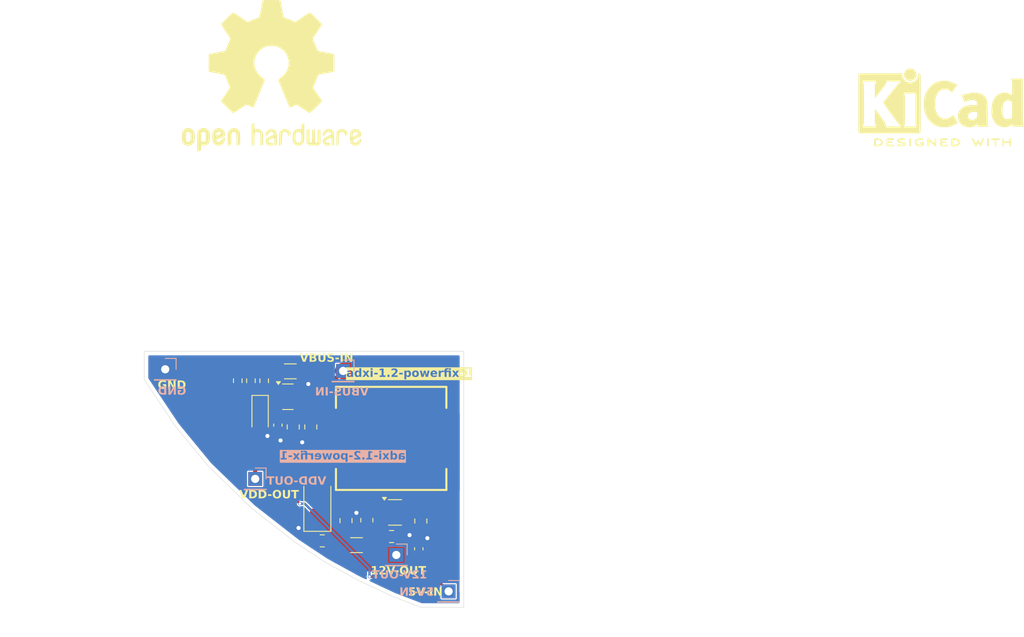
<source format=kicad_pcb>
(kicad_pcb (version 20240108) (generator "pcbnew") (generator_version "8.0")
  (layers (0 "F.Cu" signal) (31 "B.Cu" signal) (34 "B.Paste" user) (35 "F.Paste" user) (36 "B.SilkS" user "B.Silkscreen") (37 "F.SilkS" user "F.Silkscreen") (38 "B.Mask" user) (39 "F.Mask" user) (44 "Edge.Cuts" user))
  (net 0 "")
  (net 1 "/5V-OUT")
  (net 2 "Net-(D11-K)")
  (net 3 "/5V-IN-NOMINAL")
  (net 4 "GND")
  (net 5 "Net-(D11-A)")
  (net 6 "Net-(D13-K)")
  (net 7 "/5V-IN-REGULATED")
  (net 8 "Net-(U16-FB)")
  (footprint "Capacitor_SMD:C_0805_2012Metric" (layer "F.Cu") (at 55.45 155.275 180)
    (property "Reference" "C1" (hide yes))
    (property "Value" "22uF" (hide yes))
    (pad "1" smd roundrect (at -0.95 0 180) (size 1 1.45) (layers "F.Cu" "F.Paste" "F.Mask") (net 2 "Net-(D11-K)"))
    (pad "2" smd roundrect (at 0.95 0 180) (size 1 1.45) (layers "F.Cu" "F.Paste" "F.Mask") (net 4 "GND"))
  )
  (footprint "Resistor_SMD:R_0603_1608Metric" (layer "F.Cu") (at 45.12 135.695 -90)
    (property "Reference" "R44" (hide yes))
    (property "Value" "1.2K 1%" (hide yes))
    (pad "1" smd roundrect (at -0.825 0 270) (size 0.8 0.95) (layers "F.Cu" "F.Paste" "F.Mask") (net 7 "/5V-IN-REGULATED"))
    (pad "2" smd roundrect (at 0.825 0 270) (size 0.8 0.95) (layers "F.Cu" "F.Paste" "F.Mask") (net 6 "Net-(D13-K)"))
  )
  (footprint "Symbol:OSHW-Logo2_24.3x20mm_SilkScreen" (layer "F.Cu") (at 49.25 98.4)
    (property "Reference" "REF**" (hide yes))
    (property "Value" "OSHW-Logo2_24.3x20mm_SilkScreen" (hide yes))
  )
  (footprint "Capacitor_SMD:C_0805_2012Metric" (layer "F.Cu") (at 51.9 141.35 -90)
    (property "Reference" "C41" (hide yes))
    (property "Value" "22uF" (hide yes))
    (pad "1" smd roundrect (at -0.95 0 270) (size 1 1.45) (layers "F.Cu" "F.Paste" "F.Mask") (net 1 "/5V-OUT"))
    (pad "2" smd roundrect (at 0.95 0 270) (size 1 1.45) (layers "F.Cu" "F.Paste" "F.Mask") (net 4 "GND"))
  )
  (footprint "Symbol:KiCad-Logo2_8mm_SilkScreen" (layer "F.Cu") (at 131.12 101.46)
    (property "Reference" "REF**" (hide yes))
    (property "Value" "KiCad-Logo2_8mm_SilkScreen" (hide yes))
  )
  (footprint "Resistor_SMD:R_1206_3216Metric" (layer "F.Cu") (at 51.55 134.55 180)
    (property "Reference" "R41" (hide yes))
    (property "Value" "100K" (hide yes))
    (pad "1" smd roundrect (at -1.4625 0 180) (size 1.125 1.75) (layers "F.Cu" "F.Paste" "F.Mask") (roundrect_rratio 0.222222) (net 4 "GND"))
    (pad "2" smd roundrect (at 1.4625 0 180) (size 1.125 1.75) (layers "F.Cu" "F.Paste" "F.Mask") (roundrect_rratio 0.222222) (net 7 "/5V-IN-REGULATED"))
  )
  (footprint "Package_TO_SOT_SMD:SOT-23" (layer "F.Cu") (at 51.2481 137.6572)
    (property "Reference" "Q2" (hide yes))
    (property "Value" "AO3400A" (hide yes))
    (pad "1" smd roundrect (at -0.9375 -0.95) (size 1.475 0.6) (layers "F.Cu" "F.Paste" "F.Mask") (net 7 "/5V-IN-REGULATED"))
    (pad "2" smd roundrect (at -0.9375 0.95) (size 1.475 0.6) (layers "F.Cu" "F.Paste" "F.Mask") (net 1 "/5V-OUT"))
    (pad "3" smd roundrect (at 0.9375 0) (size 1.475 0.6) (layers "F.Cu" "F.Paste" "F.Mask") (net 3 "/5V-IN-NOMINAL"))
  )
  (footprint "Diode_SMD:D_SOD-123F" (layer "F.Cu") (at 47.85 139.7 -90)
    (property "Reference" "D13" (hide yes))
    (property "Value" "BZT52B3V3" (hide yes))
    (pad "1" smd roundrect (at -1.4 0 270) (size 1.1 1.1) (layers "F.Cu" "F.Paste" "F.Mask") (roundrect_rratio 0.2272727273) (net 6 "Net-(D13-K)"))
    (pad "2" smd roundrect (at 1.4 0 270) (size 1.1 1.1) (layers "F.Cu" "F.Paste" "F.Mask") (roundrect_rratio 0.2272727273) (net 1 "/5V-OUT"))
  )
  (footprint "Resistor_SMD:R_0603_1608Metric" (layer "F.Cu") (at 48.35 135.7 -90)
    (property "Reference" "R42" (hide yes))
    (property "Value" "1.2K 1%" (hide yes))
    (pad "1" smd roundrect (at -0.825 0 270) (size 0.8 0.95) (layers "F.Cu" "F.Paste" "F.Mask") (net 7 "/5V-IN-REGULATED"))
    (pad "2" smd roundrect (at 0.825 0 270) (size 0.8 0.95) (layers "F.Cu" "F.Paste" "F.Mask") (net 6 "Net-(D13-K)"))
  )
  (footprint "Package_TO_SOT_SMD:SOT-23-6" (layer "F.Cu") (at 64.35 151.8)
    (property "Reference" "U16" (hide yes))
    (property "Value" "MT3608B" (hide yes))
    (pad "1" smd roundrect (at -1.1375 -0.95) (size 1.325 0.6) (layers "F.Cu" "F.Paste" "F.Mask") (net 5 "Net-(D11-A)"))
    (pad "2" smd roundrect (at -1.1375 0) (size 1.325 0.6) (layers "F.Cu" "F.Paste" "F.Mask") (net 4 "GND"))
    (pad "3" smd roundrect (at -1.1375 0.95) (size 1.325 0.6) (layers "F.Cu" "F.Paste" "F.Mask") (net 8 "Net-(U16-FB)"))
    (pad "4" smd roundrect (at 1.1375 0.95) (size 1.325 0.6) (layers "F.Cu" "F.Paste" "F.Mask") (net 3 "/5V-IN-NOMINAL"))
    (pad "5" smd roundrect (at 1.1375 0) (size 1.325 0.6) (layers "F.Cu" "F.Paste" "F.Mask") (net 3 "/5V-IN-NOMINAL"))
    (pad "6" smd roundrect (at 1.1375 -0.95) (size 1.325 0.6) (layers "F.Cu" "F.Paste" "F.Mask"))
  )
  (footprint "Capacitor_SMD:C_0805_2012Metric" (layer "F.Cu") (at 54.05 141.35 90)
    (property "Reference" "C30" (hide yes))
    (property "Value" "100nF" (hide yes))
    (pad "1" smd roundrect (at -0.95 0 90) (size 1 1.45) (layers "F.Cu" "F.Paste" "F.Mask") (net 4 "GND"))
    (pad "2" smd roundrect (at 0.95 0 90) (size 1 1.45) (layers "F.Cu" "F.Paste" "F.Mask") (net 1 "/5V-OUT"))
  )
  (footprint "Resistor_SMD:R_0805_2012Metric" (layer "F.Cu") (at 60.9 152.75 90)
    (property "Reference" "R35" (hide yes))
    (property "Value" "5.1K" (hide yes))
    (pad "1" smd roundrect (at -0.9125 0 90) (size 1.025 1.4) (layers "F.Cu" "F.Paste" "F.Mask") (roundrect_rratio 0.243902) (net 8 "Net-(U16-FB)"))
    (pad "2" smd roundrect (at 0.9125 0 90) (size 1.025 1.4) (layers "F.Cu" "F.Paste" "F.Mask") (roundrect_rratio 0.243902) (net 4 "GND"))
  )
  (footprint "Capacitor_SMD:C_0805_2012Metric" (layer "F.Cu") (at 67.5 152.85 -90)
    (property "Reference" "C34" (hide yes))
    (property "Value" "22uF" (hide yes))
    (pad "1" smd roundrect (at -0.95 0 270) (size 1 1.45) (layers "F.Cu" "F.Paste" "F.Mask") (net 3 "/5V-IN-NOMINAL"))
    (pad "2" smd roundrect (at 0.95 0 270) (size 1 1.45) (layers "F.Cu" "F.Paste" "F.Mask") (net 4 "GND"))
  )
  (footprint "Capacitor_SMD:C_0805_2012Metric" (layer "F.Cu") (at 63.925 154.75 180)
    (property "Reference" "C2" (hide yes))
    (property "Value" "100nF" (hide yes))
    (pad "1" smd roundrect (at -0.95 0 180) (size 1 1.45) (layers "F.Cu" "F.Paste" "F.Mask") (net 4 "GND"))
    (pad "2" smd roundrect (at 0.95 0 180) (size 1 1.45) (layers "F.Cu" "F.Paste" "F.Mask") (net 2 "Net-(D11-K)"))
  )
  (footprint "Resistor_SMD:R_0603_1608Metric" (layer "F.Cu") (at 46.73 135.6975 -90)
    (property "Reference" "R43" (hide yes))
    (property "Value" "1.2K 1%" (hide yes))
    (pad "1" smd roundrect (at -0.825 0 270) (size 0.8 0.95) (layers "F.Cu" "F.Paste" "F.Mask") (net 7 "/5V-IN-REGULATED"))
    (pad "2" smd roundrect (at 0.825 0 270) (size 0.8 0.95) (layers "F.Cu" "F.Paste" "F.Mask") (net 6 "Net-(D13-K)"))
  )
  (footprint "Capacitor_SMD:C_0805_2012Metric" (layer "F.Cu") (at 58.35 152.8 90)
    (property "Reference" "C31" (hide yes))
    (property "Value" "22uF" (hide yes))
    (pad "1" smd roundrect (at -0.95 0 90) (size 1 1.45) (layers "F.Cu" "F.Paste" "F.Mask") (net 2 "Net-(D11-K)"))
    (pad "2" smd roundrect (at 0.95 0 90) (size 1 1.45) (layers "F.Cu" "F.Paste" "F.Mask") (net 4 "GND"))
  )
  (footprint "Capacitor_SMD:C_0603_1608Metric" (layer "F.Cu") (at 50.025 141.125 -90)
    (property "Reference" "C3" (hide yes))
    (property "Value" "330nF" (hide yes))
    (pad "1" smd roundrect (at -0.775 0 270) (size 0.9 0.95) (layers "F.Cu" "F.Paste" "F.Mask") (net 1 "/5V-OUT"))
    (pad "2" smd roundrect (at 0.775 0 270) (size 0.9 0.95) (layers "F.Cu" "F.Paste" "F.Mask") (net 4 "GND"))
  )
  (footprint "Capacitor_SMD:C_0603_1608Metric" (layer "F.Cu") (at 67.25 156.25 90)
    (property "Reference" "C33" (hide yes))
    (property "Value" "330nF" (hide yes))
    (pad "1" smd roundrect (at -0.775 0 90) (size 0.9 0.95) (layers "F.Cu" "F.Paste" "F.Mask") (net 2 "Net-(D11-K)"))
    (pad "2" smd roundrect (at 0.775 0 90) (size 0.9 0.95) (layers "F.Cu" "F.Paste" "F.Mask") (net 4 "GND"))
  )
  (footprint "library:IND-SMD_L12.6-W13.5" (layer "F.Cu") (at 63.875102 142.75 180)
    (property "Reference" "L4" (hide yes))
    (property "Value" "10uH" (hide yes))
    (pad "1" smd rect (at -5.800102 0 270) (size 7.000025 5) (layers "F.Cu" "F.Paste" "F.Mask") (net 3 "/5V-IN-NOMINAL"))
    (pad "2" smd rect (at 5.800102 0 270) (size 7.000025 5) (layers "F.Cu" "F.Paste" "F.Mask") (net 5 "Net-(D11-A)"))
  )
  (footprint "Diode_SMD:D_SMA" (layer "F.Cu") (at 54.85 150.6 90)
    (property "Reference" "D11" (hide yes))
    (property "Value" "SS310" (hide yes))
    (pad "1" smd roundrect (at -2 0 90) (size 2.5 1.8) (layers "F.Cu" "F.Paste" "F.Mask") (roundrect_rratio 0.1388888889) (net 2 "Net-(D11-K)"))
    (pad "2" smd roundrect (at 2 0 90) (size 2.5 1.8) (layers "F.Cu" "F.Paste" "F.Mask") (roundrect_rratio 0.1388888889) (net 5 "Net-(D11-A)"))
  )
  (footprint "Resistor_SMD:R_1206_3216Metric" (layer "F.Cu") (at 59.6375 155.8 180)
    (property "Reference" "R34" (hide yes))
    (property "Value" "100K" (hide yes))
    (pad "1" smd roundrect (at -1.4625 0 180) (size 1.125 1.75) (layers "F.Cu" "F.Paste" "F.Mask") (roundrect_rratio 0.222222) (net 8 "Net-(U16-FB)"))
    (pad "2" smd roundrect (at 1.4625 0 180) (size 1.125 1.75) (layers "F.Cu" "F.Paste" "F.Mask") (roundrect_rratio 0.222222) (net 2 "Net-(D11-K)"))
  )
  (footprint "Connector_PinHeader_2.54mm:PinHeader_1x01_P2.54mm_Vertical" (layer "B.Cu") (at 64.5 157 180)
    (property "Reference" "J8" (hide yes))
    (property "Value" "12V-OUT" (hide yes))
    (pad "1" thru_hole rect (at 0 0 180) (size 1.7 1.7) (drill 1) (layers "*.Cu" "*.Mask") (net 2 "Net-(D11-K)"))
  )
  (footprint "Connector_PinHeader_2.54mm:PinHeader_1x01_P2.54mm_Vertical" (layer "B.Cu") (at 70.9 161.45 180)
    (property "Reference" "J10" (hide yes))
    (property "Value" "5V-IN" (hide yes))
    (pad "1" thru_hole rect (at 0 0 180) (size 1.7 1.7) (drill 1) (layers "*.Cu" "*.Mask") (net 7 "/5V-IN-REGULATED"))
  )
  (footprint "Connector_PinHeader_2.54mm:PinHeader_1x01_P2.54mm_Vertical" (layer "B.Cu") (at 58 134.5 180)
    (property "Reference" "J7" (hide yes))
    (property "Value" "VBUS-IN" (hide yes))
    (pad "1" thru_hole rect (at 0 0 180) (size 1.7 1.7) (drill 1) (layers "*.Cu" "*.Mask") (net 3 "/5V-IN-NOMINAL"))
  )
  (footprint "Connector_PinHeader_2.54mm:PinHeader_1x01_P2.54mm_Vertical" (layer "B.Cu") (at 47.25 147.7 180)
    (property "Reference" "J9" (hide yes))
    (property "Value" "TUSB321-VDD-OUT" (hide yes))
    (pad "1" thru_hole rect (at 0 0 180) (size 1.7 1.7) (drill 1) (layers "*.Cu" "*.Mask") (net 1 "/5V-OUT"))
  )
  (footprint "Connector_PinHeader_2.54mm:PinHeader_1x01_P2.54mm_Vertical" (layer "B.Cu") (at 36.25 134.3 180)
    (property "Reference" "J1" (hide yes))
    (property "Value" "GND" (hide yes))
    (pad "1" thru_hole rect (at 0 0 180) (size 1.7 1.7) (drill 1) (layers "*.Cu" "*.Mask") (net 4 "GND"))
  )
  (gr_line (start 72.75 132.094) (end 33.68 132.094) (stroke (width 0.05)) (layer "Edge.Cuts"))
  (gr_line (start 67.52 163.404) (end 72.75 163.404) (stroke (width 0.05)) (layer "Edge.Cuts"))
  (gr_line (start 33.68 135.55) (end 37.5 141.264) (stroke (width 0.05)) (layer "Edge.Cuts"))
  (gr_line (start 37.5 141.264) (end 41.49 146.114) (stroke (width 0.05)) (layer "Edge.Cuts"))
  (gr_line (start 72.75 163.404) (end 72.75 132.094) (stroke (width 0.05)) (layer "Edge.Cuts"))
  (gr_line (start 64.13 162.104) (end 67.52 163.404) (stroke (width 0.05)) (layer "Edge.Cuts"))
  (gr_line (start 59.82 160.084) (end 64.13 162.104) (stroke (width 0.05)) (layer "Edge.Cuts"))
  (gr_line (start 52.25 155.524) (end 55.83 157.894) (stroke (width 0.05)) (layer "Edge.Cuts"))
  (gr_line (start 33.68 132.094) (end 33.68 135.55) (stroke (width 0.05)) (layer "Edge.Cuts"))
  (gr_line (start 41.49 146.114) (end 46.87 151.334) (stroke (width 0.05)) (layer "Edge.Cuts"))
  (gr_line (start 46.87 151.334) (end 52.25 155.524) (stroke (width 0.05)) (layer "Edge.Cuts"))
  (gr_line (start 55.83 157.894) (end 59.82 160.084) (stroke (width 0.05)) (layer "Edge.Cuts"))
  (gr_text "GND" (at 38.825 137.575 -0) (layer "B.SilkS") (effects (font (size 1 1) (thickness 0.2) (bold yes)) (justify left bottom mirror)))
  (gr_text "12V-OUT" (at 64.925 160.05 -0) (layer "B.SilkS") (effects (font (size 1 1) (thickness 0.2) (bold yes)) (justify bottom mirror)))
  (gr_text "adxi-1.2-powerfix-1" (at 57.95 145.5 -0) (layer "B.SilkS" knockout) (effects (font (size 1 1) (thickness 0.2) (bold yes)) (justify bottom mirror)))
  (gr_text "5V-IN" (at 69.1 162.15 -0) (layer "B.SilkS") (effects (font (size 1 1) (thickness 0.2) (bold yes)) (justify left bottom mirror)))
  (gr_text "VBUS-IN" (at 57.85 137.675 -0) (layer "B.SilkS") (effects (font (size 1 1) (thickness 0.2) (bold yes)) (justify bottom mirror)))
  (gr_text "VDD-OUT" (at 52.3 148.575 -0) (layer "B.SilkS") (effects (font (size 1 1) (thickness 0.2) (bold yes)) (justify bottom mirror)))
  (gr_text "5V-IN" (at 65.95 162.15 0) (layer "F.SilkS") (effects (font (size 1 1) (thickness 0.2) (bold yes)) (justify left bottom)))
  (gr_text "VBUS-IN" (at 55.975 133.55 0) (layer "F.SilkS") (effects (font (size 1 1) (thickness 0.2) (bold yes)) (justify bottom)))
  (gr_text "GND" (at 35.325 136.85 0) (layer "F.SilkS") (effects (font (size 1 1) (thickness 0.2) (bold yes)) (justify left bottom)))
  (gr_text "12V-OUT" (at 64.75 159.55 0) (layer "F.SilkS") (effects (font (size 1 1) (thickness 0.2) (bold yes)) (justify bottom)))
  (gr_text "adxi-1.2-powerfix-1" (at 66.075 135.4 0) (layer "F.SilkS" knockout) (effects (font (size 1 1) (thickness 0.2) (bold yes)) (justify bottom)))
  (gr_text "VDD-OUT" (at 48.95 150.25 0) (layer "F.SilkS") (effects (font (size 1 1) (thickness 0.2) (bold yes)) (justify bottom)))
  (segment (start 48.55 140.4) (end 47.85 141.1) (width 0.5) (layer "F.Cu") (net 1))
  (segment (start 50.3106 140.0644) (end 50.025 140.35) (width 0.5) (layer "F.Cu") (net 1))
  (segment (start 47.25 141.7) (end 47.25 147.7) (width 0.5) (layer "F.Cu") (net 1))
  (segment (start 54.05 140.4) (end 48.55 140.4) (width 0.5) (layer "F.Cu") (net 1))
  (segment (start 47.85 141.1) (end 47.25 141.7) (width 0.5) (layer "F.Cu") (net 1))
  (segment (start 50.3106 138.6072) (end 50.3106 140.0644) (width 0.5) (layer "F.Cu") (net 1))
  (segment (start 58.35 153.75) (end 58.35 155.625) (width 0.5) (layer "F.Cu") (net 2))
  (segment (start 56.4 153.75) (end 55.2 152.55) (width 0.5) (layer "F.Cu") (net 2))
  (segment (start 58.175 155.8) (end 58.175 155.525) (width 2) (layer "F.Cu") (net 2))
  (segment (start 63.275 157) (end 65.975 157) (width 2) (layer "F.Cu") (net 2))
  (segment (start 62.071331 158.021331) (end 62.253669 158.021331) (width 2) (layer "F.Cu") (net 2))
  (segment (start 62.975 154.75) (end 62.975 156.7) (width 1.2) (layer "F.Cu") (net 2))
  (segment (start 64.5 157) (end 64.2 157) (width 2) (layer "F.Cu") (net 2))
  (segment (start 62.975 156.7) (end 63.275 157) (width 1.2) (layer "F.Cu") (net 2))
  (segment (start 58.35 155.625) (end 58.175 155.8) (width 0.5) (layer "F.Cu") (net 2))
  (segment (start 58.35 153.75) (end 56.4 153.75) (width 0.5) (layer "F.Cu") (net 2))
  (segment (start 67.25 157.025) (end 66 157.025) (width 1.2) (layer "F.Cu") (net 2))
  (segment (start 60.396331 158.021331) (end 58.175 155.8) (width 2) (layer "F.Cu") (net 2))
  (segment (start 56.925 155.8) (end 56.4 155.275) (width 0.5) (layer "F.Cu") (net 2))
  (segment (start 62.253669 158.021331) (end 63.075 157.2) (width 2) (layer "F.Cu") (net 2))
  (segment (start 58.175 155.525) (end 55.2 152.55) (width 2) (layer "F.Cu") (net 2))
  (segment (start 58.175 155.8) (end 56.925 155.8) (width 0.5) (layer "F.Cu") (net 2))
  (segment (start 62.071331 158.021331) (end 60.396331 158.021331) (width 2) (layer "F.Cu") (net 2))
  (segment (start 66 157.025) (end 65.975 157) (width 1.2) (layer "F.Cu") (net 2))
  (segment (start 63.075 157.2) (end 63.275 157) (width 2) (layer "F.Cu") (net 2))
  (segment (start 69.862602 143.15) (end 69.35 143.15) (width 2) (layer "F.Cu") (net 3))
  (segment (start 60.7 134.5) (end 58 134.5) (width 2) (layer "F.Cu") (net 3))
  (segment (start 52.1856 137.6572) (end 54.8428 137.6572) (width 0.5) (layer "F.Cu") (net 3))
  (segment (start 54.8428 137.6572) (end 58 134.5) (width 0.5) (layer "F.Cu") (net 3))
  (segment (start 69.35 143.15) (end 60.7 134.5) (width 2) (layer "F.Cu") (net 3))
  (segment (start 59.625 151.85) (end 59.7 151.85) (width 1.2) (layer "F.Cu") (net 4))
  (segment (start 60.9375 151.8) (end 60.9 151.8375) (width 0.5) (layer "F.Cu") (net 4))
  (segment (start 50.425 142.3) (end 50.025 141.9) (width 1.2) (layer "F.Cu") (net 4))
  (segment (start 50.35 143) (end 52.775 143) (width 1.2) (layer "F.Cu") (net 4))
  (segment (start 58.35 151.85) (end 59.625 151.85) (width 1.2) (layer "F.Cu") (net 4))
  (segment (start 59.7 151.85) (end 60.8875 151.85) (width 1.2) (layer "F.Cu") (net 4))
  (segment (start 48.75 142.45) (end 49.475 142.45) (width 1.2) (layer "F.Cu") (net 4))
  (segment (start 52.55 153.975) (end 52.55 153.7) (width 1) (layer "F.Cu") (net 4))
  (segment (start 53.125 143.225) (end 54.05 142.3) (width 1.2) (layer "F.Cu") (net 4))
  (segment (start 64.35 154.225) (end 64.875 154.75) (width 0.5) (layer "F.Cu") (net 4))
  (segment (start 64.35 152.25) (end 63.9 151.8) (width 0.5) (layer "F.Cu") (net 4))
  (segment (start 54.05 142.3) (end 50.425 142.3) (width 1.2) (layer "F.Cu") (net 4))
  (segment (start 64.7 153.8) (end 64.35 153.45) (width 0.5) (layer "F.Cu") (net 4))
  (segment (start 64.35 153.45) (end 64.35 154.225) (width 0.5) (layer "F.Cu") (net 4))
  (segment (start 67.65 154.95) (end 66.8875 154.1875) (width 0.8) (layer "F.Cu") (net 4))
  (segment (start 58.3625 151.8375) (end 58.35 151.85) (width 0.5) (layer "F.Cu") (net 4))
  (segment (start 63.9 151.8) (end 63.2125 151.8) (width 0.5) (layer "F.Cu") (net 4))
  (segment (start 68.3 154.95) (end 67.65 154.95) (width 0.8) (layer "F.Cu") (net 4))
  (segment (start 66.5 153.8) (end 67.5 153.8) (width 0.5) (layer "F.Cu") (net 4))
  (segment (start 64.875 154.75) (end 65.4 155.275) (width 0.8) (layer "F.Cu") (net 4))
  (segment (start 53.0125 135.3625) (end 53.75 136.1) (width 1.2) (layer "F.Cu") (net 4))
  (segment (start 67.65 154.95) (end 67.45 154.75) (width 0.8) (layer "F.Cu") (net 4))
  (segment (start 48.75 142.45) (end 49.8 142.45) (width 1.2) (layer "F.Cu") (net 4))
  (segment (start 49.8 142.45) (end 50.35 143) (width 1.2) (layer "F.Cu") (net 4))
  (segment (start 67.45 154.75) (end 64.875 154.75) (width 0.8) (layer "F.Cu") (net 4))
  (segment (start 66.8625 154.1625) (end 66.8875 154.1875) (width 0.5) (layer "F.Cu") (net 4))
  (segment (start 64.35 153.45) (end 64.35 152.25) (width 0.5) (layer "F.Cu") (net 4))
  (segment (start 53.0125 134.55) (end 53.0125 135.3625) (width 1.2) (layer "F.Cu") (net 4))
  (segment (start 60.8875 151.85) (end 60.9 151.8375) (width 0.5) (layer "F.Cu") (net 4))
  (segment (start 65.4 155.275) (end 67.05 155.275) (width 0.8) (layer "F.Cu") (net 4))
  (segment (start 67.775 155.475) (end 68.3 154.95) (width 0.8) (layer "F.Cu") (net 4))
  (segment (start 66.8875 154.1875) (end 66.5 153.8) (width 0.8) (layer "F.Cu") (net 4))
  (segment (start 54.5 155.275) (end 54.375 155.15) (width 1) (layer "F.Cu") (net 4))
  (segment (start 54.375 155.15) (end 53.725 155.15) (width 1) (layer "F.Cu") (net 4))
  (segment (start 67.05 155.275) (end 67.25 155.475) (width 0.8) (layer "F.Cu") (net 4))
  (segment (start 66.5 153.8) (end 65.825 153.8) (width 0.5) (layer "F.Cu") (net 4))
  (segment (start 68.3 154.6) (end 67.5 153.8) (width 0.8) (layer "F.Cu") (net 4))
  (segment (start 65.4625 154.1625) (end 64.875 154.75) (width 0.5) (layer "F.Cu") (net 4))
  (segment (start 68.3 154.95) (end 68.3 154.6) (width 0.8) (layer "F.Cu") (net 4))
  (segment (start 65.4625 154.1625) (end 66.8625 154.1625) (width 0.5) (layer "F.Cu") (net 4))
  (segment (start 66.5 153.8) (end 64.7 153.8) (width 0.5) (layer "F.Cu") (net 4))
  (segment (start 63.2125 151.8) (end 61.925 151.8) (width 0.5) (layer "F.Cu") (net 4))
  (segment (start 53.725 155.15) (end 52.55 153.975) (width 1) (layer "F.Cu") (net 4))
  (segment (start 59.7 151.85) (end 61.875 151.85) (width 1.2) (layer "F.Cu") (net 4))
  (segment (start 61.925 151.8) (end 61.875 151.85) (width 0.5) (layer "F.Cu") (net 4))
  (segment (start 52.775 143) (end 53 143.225) (width 1.2) (layer "F.Cu") (net 4))
  (segment (start 65.825 153.8) (end 65.4625 154.1625) (width 0.5) (layer "F.Cu") (net 4))
  (segment (start 49.475 142.45) (end 50.025 141.9) (width 1.2) (layer "F.Cu") (net 4))
  (segment (start 67.25 155.475) (end 67.775 155.475) (width 0.8) (layer "F.Cu") (net 4))
  (segment (start 53 143.225) (end 53.125 143.225) (width 1.2) (layer "F.Cu") (net 4))
  (via (at 53.75 136.1) (size 0.8) (drill 0.5) (layers "F.Cu" "B.Cu") (net 4))
  (via (at 53 143.225) (size 0.8) (drill 0.5) (layers "F.Cu" "B.Cu") (net 4))
  (via (at 52.55 153.7) (size 0.8) (drill 0.5) (layers "F.Cu" "B.Cu") (net 4))
  (via (at 66.125 154.575) (size 0.8) (drill 0.5) (layers "F.Cu" "B.Cu") (net 4))
  (via (at 50.35 143) (size 0.8) (drill 0.5) (layers "F.Cu" "B.Cu") (net 4))
  (via (at 68.3 154.95) (size 0.8) (drill 0.5) (layers "F.Cu" "B.Cu") (net 4))
  (via (at 48.75 142.45) (size 0.8) (drill 0.5) (layers "F.Cu" "B.Cu") (net 4))
  (via (at 59.625 151.85) (size 0.8) (drill 0.5) (layers "F.Cu" "B.Cu") (net 4))
  (segment (start 45.125 136.525) (end 45.12 136.52) (width 0.5) (layer "F.Cu") (net 6))
  (segment (start 48.35 137.8) (end 47.85 138.3) (width 0.5) (layer "F.Cu") (net 6))
  (segment (start 48.35 136.525) (end 45.125 136.525) (width 0.5) (layer "F.Cu") (net 6))
  (segment (start 48.35 136.525) (end 48.35 137.8) (width 0.5) (layer "F.Cu") (net 6))
  (segment (start 70.9 161.45) (end 69.1 159.65) (width 0.3) (layer "F.Cu") (net 7))
  (segment (start 44.075 146.1) (end 44.075 135) (width 0.3) (layer "F.Cu") (net 7))
  (segment (start 50.1234 136.52) (end 50.3106 136.7072) (width 0.5) (layer "F.Cu") (net 7))
  (segment (start 44.075 146.1) (end 44.075 146.816274) (width 0.3) (layer "F.Cu") (net 7))
  (segment (start 44.075 135) (end 44.205 134.87) (width 0.3) (layer "F.Cu") (net 7))
  (segment (start 52.7 150.725) (end 51.283137 149.308137) (width 0.3) (layer "F.Cu") (net 7))
  (segment (start 45.12 134.87) (end 49.7675 134.87) (width 0.5) (layer "F.Cu") (net 7))
  (segment (start 50.3106 136.7072) (end 50.3106 134.7731) (width 0.5) (layer "F.Cu") (net 7))
  (segment (start 44.075 146.816274) (end 46.566863 149.308137) (width 0.3) (layer "F.Cu") (net 7))
  (segment (start 49.7675 134.87) (end 50.0875 134.55) (width 0.5) (layer "F.Cu") (net 7))
  (segment (start 50.3106 134.7731) (end 50.0875 134.55) (width 0.5) (layer "F.Cu") (net 7))
  (segment (start 44.205 134.87) (end 45.12 134.87) (width 0.3) (layer "F.Cu") (net 7))
  (segment (start 51.283137 149.308137) (end 46.566863 149.308137) (width 0.3) (layer "F.Cu") (net 7))
  (segment (start 69.1 159.65) (end 61.225 159.65) (width 0.3) (layer "F.Cu") (net 7))
  (via (at 61.225 159.65) (size 0.4) (drill 0.3) (layers "F.Cu" "B.Cu") (net 7))
  (via (at 52.7 150.725) (size 0.4) (drill 0.3) (layers "F.Cu" "B.Cu") (net 7))
  (segment (start 53.3 150.725) (end 52.7 150.725) (width 0.3) (layer "B.Cu") (net 7))
  (segment (start 61.225 158.65) (end 54.475 151.9) (width 0.3) (layer "B.Cu") (net 7))
  (segment (start 61.225 159.65) (end 61.225 158.65) (width 0.3) (layer "B.Cu") (net 7))
  (segment (start 54.475 151.9) (end 53.3 150.725) (width 0.3) (layer "B.Cu") (net 7))
  (segment (start 61.6375 153.6625) (end 60.9 153.6625) (width 0.5) (layer "F.Cu") (net 8))
  (segment (start 61.1 155.8) (end 61.1 153.8625) (width 0.5) (layer "F.Cu") (net 8))
  (segment (start 61.1 153.8625) (end 60.9 153.6625) (width 0.5) (layer "F.Cu") (net 8))
  (segment (start 62.55 152.75) (end 61.6375 153.6625) (width 0.5) (layer "F.Cu") (net 8))
  (segment (start 63.2125 152.75) (end 62.55 152.75) (width 0.5) (layer "F.Cu") (net 8))
  (zone (net 5) (net_name "Net-(D11-A)") (layer "F.Cu") (priority 2) (connect_pads yes (clearance 0)) (min_thickness 0.25) (fill yes (thermal_gap 0.5) (thermal_bridge_width 0.5))
    (polygon (pts (xy 60.8 139.7) (xy 55.85 139.7) (xy 55.85 146) (xy 54.45 147.4) (xy 54.45 149.6) (xy 56.05 149.6) (xy 57.3 150.85) (xy 62.35 150.85) (xy 62.65 151.15) (xy 63.75 151.15) (xy 63.8 151.1) (xy 63.8 150.6) (xy 60.8 147.6)))
  )
  (zone (net 3) (net_name "/5V-IN-NOMINAL") (layer "F.Cu") (priority 1) (connect_pads yes (clearance 0)) (min_thickness 0.25) (fill yes (thermal_gap 0.5) (thermal_bridge_width 0.5))
    (polygon (pts (xy 68.4 153) (xy 72.35 149.05) (xy 72.35 139.7) (xy 72.45 139.6) (xy 67.35 139.6) (xy 67.25 139.7) (xy 67.25 146.7) (xy 67.3 146.75) (xy 67.3 150.3) (xy 66.05 151.55) (xy 64.95 151.55) (xy 64.95 153) (xy 65.1 153)))
  )
  (zone (net 4) (net_name "GND") (layer "B.Cu") (connect_pads yes (clearance 0)) (min_thickness 0.25) (fill yes (thermal_gap 0.5) (thermal_bridge_width 0.5))
    (polygon (pts (xy 30.9 131.5) (xy 33.25 137.7) (xy 42.25 149.4) (xy 52.2 157.35) (xy 64.9 164.15) (xy 74.35 167.05) (xy 74.45 130.65) (xy 32.5 130.5) (xy 30.8 130.5)))
  )
)
</source>
